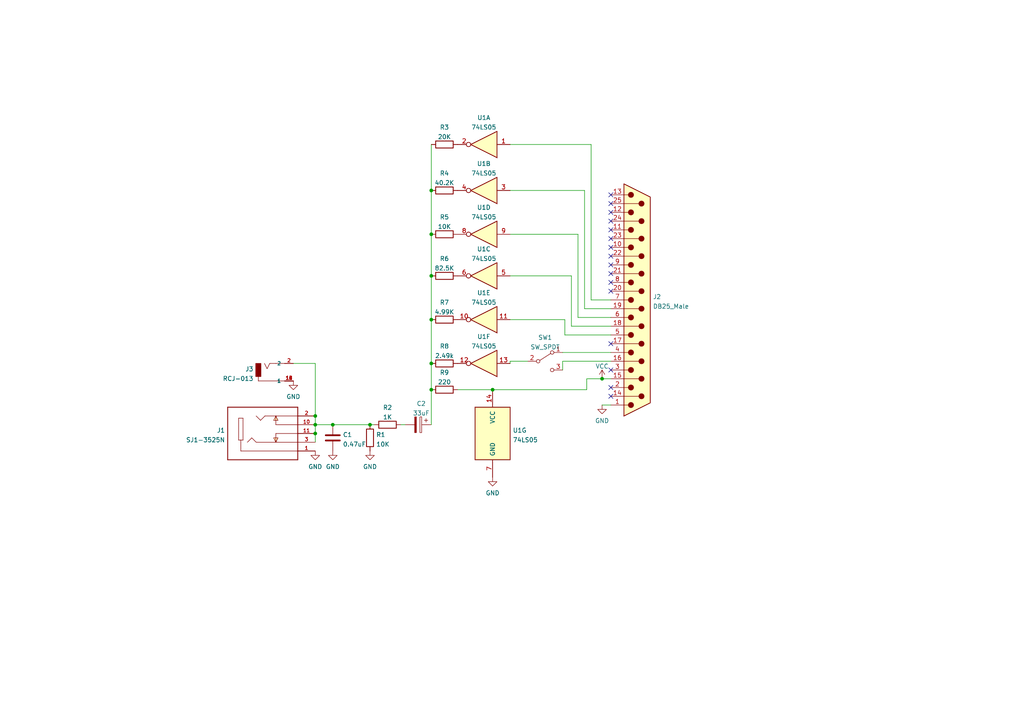
<source format=kicad_sch>
(kicad_sch (version 20230121) (generator eeschema)
  (paper "A4")
  (lib_symbols
    (symbol "74xx:74LS05" (pin_names (offset 1.016))
      (property "Reference" "U" (at 0 1.27 0))
      (property "Value" "74LS05" (at 0 -1.27 0))
      (symbol "74LS05_1_0"
        (polyline (pts (xy -3.81 3.81) (xy -3.81 -3.81) (xy 3.81 0) (xy -3.81 3.81)) (stroke (width 0.254)) (fill (type background)))
        (pin input line (at -7.62 0 0) (length 3.81) (name "~") (number "1"))
        (pin open_collector inverted (at 7.62 0 180) (length 3.81) (name "~") (number "2"))
      )
      (symbol "74LS05_2_0"
        (polyline (pts (xy -3.81 3.81) (xy -3.81 -3.81) (xy 3.81 0) (xy -3.81 3.81)) (stroke (width 0.254)) (fill (type background)))
        (pin input line (at -7.62 0 0) (length 3.81) (name "~") (number "3"))
        (pin open_collector inverted (at 7.62 0 180) (length 3.81) (name "~") (number "4"))
      )
      (symbol "74LS05_3_0"
        (polyline (pts (xy -3.81 3.81) (xy -3.81 -3.81) (xy 3.81 0) (xy -3.81 3.81)) (stroke (width 0.254)) (fill (type background)))
        (pin input line (at -7.62 0 0) (length 3.81) (name "~") (number "5"))
        (pin open_collector inverted (at 7.62 0 180) (length 3.81) (name "~") (number "6"))
      )
      (symbol "74LS05_4_0"
        (polyline (pts (xy -3.81 3.81) (xy -3.81 -3.81) (xy 3.81 0) (xy -3.81 3.81)) (stroke (width 0.254)) (fill (type background)))
        (pin open_collector inverted (at 7.62 0 180) (length 3.81) (name "~") (number "8"))
        (pin input line (at -7.62 0 0) (length 3.81) (name "~") (number "9"))
      )
      (symbol "74LS05_5_0"
        (polyline (pts (xy -3.81 3.81) (xy -3.81 -3.81) (xy 3.81 0) (xy -3.81 3.81)) (stroke (width 0.254)) (fill (type background)))
        (pin open_collector inverted (at 7.62 0 180) (length 3.81) (name "~") (number "10"))
        (pin input line (at -7.62 0 0) (length 3.81) (name "~") (number "11"))
      )
      (symbol "74LS05_6_0"
        (polyline (pts (xy -3.81 3.81) (xy -3.81 -3.81) (xy 3.81 0) (xy -3.81 3.81)) (stroke (width 0.254)) (fill (type background)))
        (pin open_collector inverted (at 7.62 0 180) (length 3.81) (name "~") (number "12"))
        (pin input line (at -7.62 0 0) (length 3.81) (name "~") (number "13"))
      )
      (symbol "74LS05_7_0"
        (pin power_in line (at 0 12.7 270) (length 5.08) (name "VCC") (number "14"))
        (pin power_in line (at 0 -12.7 90) (length 5.08) (name "GND") (number "7"))
      )
      (symbol "74LS05_7_1"
        (rectangle (start -5.08 7.62) (end 5.08 -7.62) (stroke (width 0.254)) (fill (type background)))
      )
    )
    (symbol "Connector:DB25_Male" (pin_names (offset 1.016) hide)
      (property "Reference" "J" (at 0 34.29 0))
      (property "Value" "DB25_Male" (at 0 -34.925 0))
      (symbol "DB25_Male_0_1"
        (circle (center -1.778 -30.48) (radius 0.762) (fill (type outline)))
        (circle (center -1.778 -25.4) (radius 0.762) (fill (type outline)))
        (circle (center -1.778 -20.32) (radius 0.762) (fill (type outline)))
        (circle (center -1.778 -15.24) (radius 0.762) (fill (type outline)))
        (circle (center -1.778 -10.16) (radius 0.762) (fill (type outline)))
        (circle (center -1.778 -5.08) (radius 0.762) (fill (type outline)))
        (circle (center -1.778 0) (radius 0.762) (fill (type outline)))
        (circle (center -1.778 5.08) (radius 0.762) (fill (type outline)))
        (circle (center -1.778 10.16) (radius 0.762) (fill (type outline)))
        (circle (center -1.778 15.24) (radius 0.762) (fill (type outline)))
        (circle (center -1.778 20.32) (radius 0.762) (fill (type outline)))
        (circle (center -1.778 25.4) (radius 0.762) (fill (type outline)))
        (circle (center -1.778 30.48) (radius 0.762) (fill (type outline)))
        (polyline (pts (xy -3.81 -30.48) (xy -2.54 -30.48)))
        (polyline (pts (xy -3.81 -27.94) (xy 0.508 -27.94)))
        (polyline (pts (xy -3.81 -25.4) (xy -2.54 -25.4)))
        (polyline (pts (xy -3.81 -22.86) (xy 0.508 -22.86)))
        (polyline (pts (xy -3.81 -20.32) (xy -2.54 -20.32)))
        (polyline (pts (xy -3.81 -17.78) (xy 0.508 -17.78)))
        (polyline (pts (xy -3.81 -15.24) (xy -2.54 -15.24)))
        (polyline (pts (xy -3.81 -12.7) (xy 0.508 -12.7)))
        (polyline (pts (xy -3.81 -10.16) (xy -2.54 -10.16)))
        (polyline (pts (xy -3.81 -7.62) (xy 0.508 -7.62)))
        (polyline (pts (xy -3.81 -5.08) (xy -2.54 -5.08)))
        (polyline (pts (xy -3.81 -2.54) (xy 0.508 -2.54)))
        (polyline (pts (xy -3.81 0) (xy -2.54 0)))
        (polyline (pts (xy -3.81 2.54) (xy 0.508 2.54)))
        (polyline (pts (xy -3.81 5.08) (xy -2.54 5.08)))
        (polyline (pts (xy -3.81 7.62) (xy 0.508 7.62)))
        (polyline (pts (xy -3.81 10.16) (xy -2.54 10.16)))
        (polyline (pts (xy -3.81 12.7) (xy 0.508 12.7)))
        (polyline (pts (xy -3.81 15.24) (xy -2.54 15.24)))
        (polyline (pts (xy -3.81 17.78) (xy 0.508 17.78)))
        (polyline (pts (xy -3.81 20.32) (xy -2.54 20.32)))
        (polyline (pts (xy -3.81 22.86) (xy 0.508 22.86)))
        (polyline (pts (xy -3.81 25.4) (xy -2.54 25.4)))
        (polyline (pts (xy -3.81 27.94) (xy 0.508 27.94)))
        (polyline (pts (xy -3.81 30.48) (xy -2.54 30.48)))
        (polyline (pts (xy -3.81 -33.655) (xy 3.81 -29.845) (xy 3.81 29.845) (xy -3.81 33.655) (xy -3.81 -33.655)) (stroke (width 0.254)) (fill (type background)))
        (circle (center 1.27 -27.94) (radius 0.762) (fill (type outline)))
        (circle (center 1.27 -22.86) (radius 0.762) (fill (type outline)))
        (circle (center 1.27 -17.78) (radius 0.762) (fill (type outline)))
        (circle (center 1.27 -12.7) (radius 0.762) (fill (type outline)))
        (circle (center 1.27 -7.62) (radius 0.762) (fill (type outline)))
        (circle (center 1.27 -2.54) (radius 0.762) (fill (type outline)))
        (circle (center 1.27 2.54) (radius 0.762) (fill (type outline)))
        (circle (center 1.27 7.62) (radius 0.762) (fill (type outline)))
        (circle (center 1.27 12.7) (radius 0.762) (fill (type outline)))
        (circle (center 1.27 17.78) (radius 0.762) (fill (type outline)))
        (circle (center 1.27 22.86) (radius 0.762) (fill (type outline)))
        (circle (center 1.27 27.94) (radius 0.762) (fill (type outline)))
      )
      (symbol "DB25_Male_1_1"
        (pin passive line (at -7.62 -30.48 0) (length 3.81) (name "1") (number "1"))
        (pin passive line (at -7.62 15.24 0) (length 3.81) (name "10") (number "10"))
        (pin passive line (at -7.62 20.32 0) (length 3.81) (name "11") (number "11"))
        (pin passive line (at -7.62 25.4 0) (length 3.81) (name "12") (number "12"))
        (pin passive line (at -7.62 30.48 0) (length 3.81) (name "13") (number "13"))
        (pin passive line (at -7.62 -27.94 0) (length 3.81) (name "P14") (number "14"))
        (pin passive line (at -7.62 -22.86 0) (length 3.81) (name "P15") (number "15"))
        (pin passive line (at -7.62 -17.78 0) (length 3.81) (name "P16") (number "16"))
        (pin passive line (at -7.62 -12.7 0) (length 3.81) (name "P17") (number "17"))
        (pin passive line (at -7.62 -7.62 0) (length 3.81) (name "P18") (number "18"))
        (pin passive line (at -7.62 -2.54 0) (length 3.81) (name "P19") (number "19"))
        (pin passive line (at -7.62 -25.4 0) (length 3.81) (name "2") (number "2"))
        (pin passive line (at -7.62 2.54 0) (length 3.81) (name "P20") (number "20"))
        (pin passive line (at -7.62 7.62 0) (length 3.81) (name "P21") (number "21"))
        (pin passive line (at -7.62 12.7 0) (length 3.81) (name "P22") (number "22"))
        (pin passive line (at -7.62 17.78 0) (length 3.81) (name "P23") (number "23"))
        (pin passive line (at -7.62 22.86 0) (length 3.81) (name "P24") (number "24"))
        (pin passive line (at -7.62 27.94 0) (length 3.81) (name "P25") (number "25"))
        (pin passive line (at -7.62 -20.32 0) (length 3.81) (name "3") (number "3"))
        (pin passive line (at -7.62 -15.24 0) (length 3.81) (name "4") (number "4"))
        (pin passive line (at -7.62 -10.16 0) (length 3.81) (name "5") (number "5"))
        (pin passive line (at -7.62 -5.08 0) (length 3.81) (name "6") (number "6"))
        (pin passive line (at -7.62 0 0) (length 3.81) (name "7") (number "7"))
        (pin passive line (at -7.62 5.08 0) (length 3.81) (name "8") (number "8"))
        (pin passive line (at -7.62 10.16 0) (length 3.81) (name "9") (number "9"))
      )
    )
    (symbol "Device:C" (pin_numbers hide) (pin_names (offset 0.254))
      (property "Reference" "C" (at 0.635 2.54 0))
      (property "Value" "C" (at 0.635 -2.54 0))
      (symbol "C_0_1"
        (polyline (pts (xy -2.032 -0.762) (xy 2.032 -0.762)) (stroke (width 0.508)))
        (polyline (pts (xy -2.032 0.762) (xy 2.032 0.762)) (stroke (width 0.508)))
      )
      (symbol "C_1_1"
        (pin passive line (at 0 3.81 270) (length 2.794) (name "~") (number "1"))
        (pin passive line (at 0 -3.81 90) (length 2.794) (name "~") (number "2"))
      )
    )
    (symbol "Device:C_Polarized" (pin_numbers hide) (pin_names (offset 0.254))
      (property "Reference" "C" (at 0.635 2.54 0))
      (property "Value" "C_Polarized" (at 0.635 -2.54 0))
      (symbol "C_Polarized_0_1"
        (rectangle (start -2.286 0.508) (end 2.286 1.016))
        (polyline (pts (xy -1.778 2.286) (xy -0.762 2.286)))
        (polyline (pts (xy -1.27 2.794) (xy -1.27 1.778)))
        (rectangle (start 2.286 -0.508) (end -2.286 -1.016) (fill (type outline)))
      )
      (symbol "C_Polarized_1_1"
        (pin passive line (at 0 3.81 270) (length 2.794) (name "~") (number "1"))
        (pin passive line (at 0 -3.81 90) (length 2.794) (name "~") (number "2"))
      )
    )
    (symbol "Device:R" (pin_numbers hide) (pin_names (offset 0))
      (property "Reference" "R" (at 2.032 0 90))
      (property "Value" "R" (at 0 0 90))
      (symbol "R_0_1"
        (rectangle (start -1.016 -2.54) (end 1.016 2.54) (stroke (width 0.254)))
      )
      (symbol "R_1_1"
        (pin passive line (at 0 3.81 270) (length 1.27) (name "~") (number "1"))
        (pin passive line (at 0 -3.81 90) (length 1.27) (name "~") (number "2"))
      )
    )
    (symbol "Evan's misc parts:RCJ-013" (pin_names (offset 1.016))
      (property "Reference" "J" (at -2.54 3.81 0))
      (property "Value" "RCJ-013" (at -2.54 -6.35 0))
      (symbol "RCJ-013_0_0"
        (rectangle (start -3.302 -2.54) (end -1.778 1.27) (fill (type outline)))
        (polyline (pts (xy -2.54 2.54) (xy -2.54 1.27)) (stroke (width 0.1524)))
        (polyline (pts (xy 0 -1.016) (xy -0.762 -2.54)) (stroke (width 0.1524)))
        (polyline (pts (xy 0.762 -2.54) (xy 0 -1.016)) (stroke (width 0.1524)))
        (polyline (pts (xy 2.54 -2.54) (xy 0.762 -2.54)) (stroke (width 0.1524)))
        (polyline (pts (xy 5.08 -2.54) (xy 2.54 -2.54)) (stroke (width 0.1524)))
        (polyline (pts (xy 5.08 2.54) (xy -2.54 2.54)) (stroke (width 0.1524)))
        (pin passive line (at 7.62 2.54 180) (length 2.54) (name "1") (number "1A"))
        (pin passive line (at 7.62 2.54 180) (length 2.54) (name "1") (number "1B"))
        (pin passive line (at 7.62 2.54 180) (length 2.54) (name "1") (number "1C"))
        (pin passive line (at 7.62 -2.54 180) (length 2.54) (name "2") (number "2"))
      )
    )
    (symbol "Evan's misc parts:SJ1-3525N" (pin_names (offset 1.016) hide)
      (property "Reference" "J" (at -10.16 10.16 0))
      (property "Value" "SJ1-3525N" (at -10.16 -12.7254 0))
      (symbol "SJ1-3525N_0_0"
        (polyline (pts (xy -10.16 -7.62) (xy 10.16 -7.62)) (stroke (width 0.254)))
        (polyline (pts (xy -10.16 7.62) (xy -10.16 -7.62)) (stroke (width 0.254)))
        (polyline (pts (xy -6.985 -4.445) (xy -6.985 1.905)) (stroke (width 0.1524)))
        (polyline (pts (xy -6.985 1.905) (xy -6.35 1.905)) (stroke (width 0.1524)))
        (polyline (pts (xy -6.35 1.905) (xy -5.715 1.905)) (stroke (width 0.1524)))
        (polyline (pts (xy -6.35 5.08) (xy -6.35 1.905)) (stroke (width 0.1524)))
        (polyline (pts (xy -5.715 -4.445) (xy -6.985 -4.445)) (stroke (width 0.1524)))
        (polyline (pts (xy -5.715 1.905) (xy -5.715 -4.445)) (stroke (width 0.1524)))
        (polyline (pts (xy -3.175 1.27) (xy -4.445 2.54)) (stroke (width 0.1524)))
        (polyline (pts (xy -1.905 2.54) (xy -3.175 1.27)) (stroke (width 0.1524)))
        (polyline (pts (xy -0.635 -3.81) (xy -1.905 -5.08)) (stroke (width 0.1524)))
        (polyline (pts (xy 0.635 -5.08) (xy -0.635 -3.81)) (stroke (width 0.1524)))
        (polyline (pts (xy 3.81 -5.08) (xy 0.635 -5.08)) (stroke (width 0.1524)))
        (polyline (pts (xy 3.81 -2.54) (xy 3.81 -5.08)) (stroke (width 0.1524)))
        (polyline (pts (xy 3.81 2.54) (xy -1.905 2.54)) (stroke (width 0.1524)))
        (polyline (pts (xy 3.81 2.54) (xy 3.81 0)) (stroke (width 0.1524)))
        (polyline (pts (xy 10.16 -7.62) (xy 10.16 -5.08)) (stroke (width 0.254)))
        (polyline (pts (xy 10.16 -5.08) (xy 3.81 -5.08)) (stroke (width 0.1524)))
        (polyline (pts (xy 10.16 -5.08) (xy 10.16 -2.54)) (stroke (width 0.254)))
        (polyline (pts (xy 10.16 -2.54) (xy 3.81 -2.54)) (stroke (width 0.1524)))
        (polyline (pts (xy 10.16 -2.54) (xy 10.16 0)) (stroke (width 0.254)))
        (polyline (pts (xy 10.16 0) (xy 3.81 0)) (stroke (width 0.1524)))
        (polyline (pts (xy 10.16 0) (xy 10.16 2.54)) (stroke (width 0.254)))
        (polyline (pts (xy 10.16 2.54) (xy 3.81 2.54)) (stroke (width 0.1524)))
        (polyline (pts (xy 10.16 2.54) (xy 10.16 5.08)) (stroke (width 0.254)))
        (polyline (pts (xy 10.16 5.08) (xy -6.35 5.08)) (stroke (width 0.1524)))
        (polyline (pts (xy 10.16 5.08) (xy 10.16 7.62)) (stroke (width 0.254)))
        (polyline (pts (xy 10.16 7.62) (xy -10.16 7.62)) (stroke (width 0.254)))
        (polyline (pts (xy 3.81 -5.08) (xy 3.175 -3.81) (xy 4.445 -3.81) (xy 3.81 -5.08)) (stroke (width 0.1524)) (fill (type background)))
        (polyline (pts (xy 3.81 2.54) (xy 4.445 1.27) (xy 3.175 1.27) (xy 3.81 2.54)) (stroke (width 0.1524)) (fill (type background)))
        (pin passive line (at 15.24 5.08 180) (length 5.08) (name "~") (number "1"))
        (pin passive line (at 15.24 -2.54 180) (length 5.08) (name "~") (number "10"))
        (pin passive line (at 15.24 0 180) (length 5.08) (name "~") (number "11"))
        (pin passive line (at 15.24 -5.08 180) (length 5.08) (name "~") (number "2"))
        (pin passive line (at 15.24 2.54 180) (length 5.08) (name "~") (number "3"))
      )
    )
    (symbol "Switch:SW_SPDT" (pin_names (offset 0) hide)
      (property "Reference" "SW" (at 0 4.318 0))
      (property "Value" "SW_SPDT" (at 0 -5.08 0))
      (symbol "SW_SPDT_0_0"
        (circle (center -2.032 0) (radius 0.508))
        (circle (center 2.032 -2.54) (radius 0.508))
      )
      (symbol "SW_SPDT_0_1"
        (polyline (pts (xy -1.524 0.254) (xy 1.651 2.286)))
        (circle (center 2.032 2.54) (radius 0.508))
      )
      (symbol "SW_SPDT_1_1"
        (pin passive line (at 5.08 2.54 180) (length 2.54) (name "A") (number "1"))
        (pin passive line (at -5.08 0 0) (length 2.54) (name "B") (number "2"))
        (pin passive line (at 5.08 -2.54 180) (length 2.54) (name "C") (number "3"))
      )
    )
    (symbol "power:GND" (power) (pin_names (offset 0))
      (property "Value" "GND" (at 0 -3.81 0))
      (symbol "GND_0_1"
        (polyline (pts (xy 0 0) (xy 0 -1.27) (xy 1.27 -1.27) (xy 0 -2.54) (xy -1.27 -1.27) (xy 0 -1.27)))
      )
      (symbol "GND_1_1"
        (pin power_in line (at 0 0 270) (length 0) hide (name "GND") (number "1"))
      )
    )
    (symbol "power:VCC" (power) (pin_names (offset 0))
      (property "Value" "VCC" (at 0 3.81 0))
      (symbol "VCC_0_1"
        (polyline (pts (xy -0.762 1.27) (xy 0 2.54)))
        (polyline (pts (xy 0 0) (xy 0 2.54)))
        (polyline (pts (xy 0 2.54) (xy 0.762 1.27)))
      )
      (symbol "VCC_1_1"
        (pin power_in line (at 0 0 90) (length 0) hide (name "VCC") (number "1"))
      )
    )
  )
  (junction (at 125.095 55.245))
  (junction (at 91.44 120.65))
  (junction (at 142.875 113.03))
  (junction (at 91.44 125.73))
  (junction (at 174.625 109.855))
  (junction (at 125.095 67.945))
  (junction (at 125.095 92.71))
  (junction (at 125.095 105.41))
  (junction (at 125.095 80.01))
  (junction (at 91.44 123.19))
  (junction (at 107.315 123.19))
  (junction (at 125.095 113.03))
  (junction (at 96.52 123.19))
  (no_connect (at 177.165 107.315))
  (no_connect (at 177.165 114.935))
  (no_connect (at 177.165 112.395))
  (no_connect (at 177.165 81.915))
  (no_connect (at 177.165 66.675))
  (no_connect (at 177.165 76.835))
  (no_connect (at 177.165 71.755))
  (no_connect (at 177.165 61.595))
  (no_connect (at 177.165 56.515))
  (no_connect (at 177.165 99.695))
  (no_connect (at 177.165 79.375))
  (no_connect (at 177.165 84.455))
  (no_connect (at 177.165 69.215))
  (no_connect (at 177.165 74.295))
  (no_connect (at 177.165 64.135))
  (no_connect (at 177.165 59.055))
  (wire (pts (xy 171.45 41.91) (xy 171.45 86.995)))
  (wire (pts (xy 91.44 125.73) (xy 91.44 128.27)))
  (wire (pts (xy 91.44 105.41) (xy 85.09 105.41)))
  (wire (pts (xy 91.44 120.65) (xy 91.44 123.19)))
  (wire (pts (xy 167.64 92.075) (xy 177.165 92.075)))
  (wire (pts (xy 171.45 41.91) (xy 147.955 41.91)))
  (wire (pts (xy 165.735 80.01) (xy 147.955 80.01)))
  (wire (pts (xy 96.52 123.19) (xy 107.315 123.19)))
  (wire (pts (xy 163.83 97.155) (xy 177.165 97.155)))
  (wire (pts (xy 163.195 107.315) (xy 163.195 104.775)))
  (wire (pts (xy 169.545 55.245) (xy 147.955 55.245)))
  (wire (pts (xy 170.18 113.03) (xy 170.18 109.855)))
  (wire (pts (xy 163.195 104.775) (xy 177.165 104.775)))
  (wire (pts (xy 147.955 104.775) (xy 153.035 104.775)))
  (wire (pts (xy 125.095 105.41) (xy 125.095 113.03)))
  (wire (pts (xy 169.545 55.245) (xy 169.545 89.535)))
  (wire (pts (xy 116.205 123.19) (xy 117.475 123.19)))
  (wire (pts (xy 174.625 117.475) (xy 177.165 117.475)))
  (wire (pts (xy 167.64 67.945) (xy 167.64 92.075)))
  (wire (pts (xy 165.735 94.615) (xy 165.735 80.01)))
  (wire (pts (xy 165.735 94.615) (xy 177.165 94.615)))
  (wire (pts (xy 174.625 109.855) (xy 177.165 109.855)))
  (wire (pts (xy 91.44 123.19) (xy 91.44 125.73)))
  (wire (pts (xy 171.45 86.995) (xy 177.165 86.995)))
  (wire (pts (xy 125.095 67.945) (xy 125.095 80.01)))
  (wire (pts (xy 170.18 109.855) (xy 174.625 109.855)))
  (wire (pts (xy 125.095 123.19) (xy 125.095 113.03)))
  (wire (pts (xy 132.715 113.03) (xy 142.875 113.03)))
  (wire (pts (xy 125.095 55.245) (xy 125.095 67.945)))
  (wire (pts (xy 167.64 67.945) (xy 147.955 67.945)))
  (wire (pts (xy 91.44 105.41) (xy 91.44 120.65)))
  (wire (pts (xy 169.545 89.535) (xy 177.165 89.535)))
  (wire (pts (xy 163.83 92.71) (xy 163.83 97.155)))
  (wire (pts (xy 125.095 92.71) (xy 125.095 105.41)))
  (wire (pts (xy 147.955 104.775) (xy 147.955 105.41)))
  (wire (pts (xy 147.955 92.71) (xy 163.83 92.71)))
  (wire (pts (xy 91.44 123.19) (xy 96.52 123.19)))
  (wire (pts (xy 125.095 41.91) (xy 125.095 55.245)))
  (wire (pts (xy 163.195 102.235) (xy 177.165 102.235)))
  (wire (pts (xy 107.315 123.19) (xy 108.585 123.19)))
  (wire (pts (xy 142.875 113.03) (xy 170.18 113.03)))
  (wire (pts (xy 125.095 80.01) (xy 125.095 92.71)))
  (symbol (lib_id "Device:R") (at 128.905 80.01 90) (unit 1)
    (property "Reference" "R6" (at 128.905 75.0275 90))
    (property "Value" "82.5K" (at 128.905 77.8026 90))
    (property "Footprint" "Resistor_THT:R_Axial_DIN0207_L6.3mm_D2.5mm_P10.16mm_Horizontal" (effects hide))
  )
  (symbol (lib_id "Evan's misc parts:SJ1-3525N") (at 76.2 125.73 0) (mirror x) (unit 1)
    (property "Reference" "J1" (at 65.278 124.8215 0) (effects (justify right)))
    (property "Value" "SJ1-3525N" (at 65.278 127.5966 0) (effects (justify right)))
    (property "Footprint" "Evan's misc parts:CUI_SJ1-3525N" (effects hide))
    (property "MANUFACTURER" "CUI" (effects hide))
    (property "STANDARD" "Manufacturer recommendation" (effects hide))
    (property "PARTREV" "1.02" (effects hide))
  )
  (symbol (lib_id "Connector:DB25_Male") (at 184.785 86.995 0) (unit 1)
    (property "Reference" "J2" (at 189.357 86.0865 0) (effects (justify left)))
    (property "Value" "DB25_Male" (at 189.357 88.8616 0) (effects (justify left)))
    (property "Footprint" "Connector_Dsub:DSUB-25_Male_EdgeMount_P2.77mm" (effects hide))
    (property "Datasheet" " ~" (effects hide))
  )
  (symbol (lib_id "power:GND") (at 174.625 117.475 0) (unit 1)
    (property "Reference" "#PWR06" (effects hide))
    (property "Value" "GND" (at 174.625 122.0375 0))
  )
  (symbol (lib_id "74xx:74LS05") (at 140.335 55.245 180) (unit 2)
    (property "Reference" "U1" (at 140.335 47.4685 0))
    (property "Value" "74LS05" (at 140.335 50.2436 0))
    (property "Footprint" "Package_DIP:DIP-14_W7.62mm" (effects hide))
    (property "Datasheet" "http://www.ti.com/lit/gpn/sn74LS05" (effects hide))
  )
  (symbol (lib_id "Device:R") (at 112.395 123.19 90) (unit 1)
    (property "Reference" "R2" (at 112.395 118.2075 90))
    (property "Value" "1K" (at 112.395 120.9826 90))
    (property "Footprint" "Resistor_THT:R_Axial_DIN0207_L6.3mm_D2.5mm_P10.16mm_Horizontal" (effects hide))
  )
  (symbol (lib_id "74xx:74LS05") (at 140.335 80.01 180) (unit 3)
    (property "Reference" "U1" (at 140.335 72.2335 0))
    (property "Value" "74LS05" (at 140.335 75.0086 0))
    (property "Footprint" "Package_DIP:DIP-14_W7.62mm" (effects hide))
    (property "Datasheet" "http://www.ti.com/lit/gpn/sn74LS05" (effects hide))
  )
  (symbol (lib_id "Switch:SW_SPDT") (at 158.115 104.775 0) (unit 1)
    (property "Reference" "SW1" (at 158.115 97.8875 0))
    (property "Value" "SW_SPDT" (at 158.115 100.6626 0))
    (property "Footprint" "Connector_PinHeader_2.54mm:PinHeader_1x03_P2.54mm_Vertical" (effects hide))
  )
  (symbol (lib_id "power:GND") (at 96.52 130.81 0) (unit 1)
    (property "Reference" "#PWR02" (effects hide))
    (property "Value" "GND" (at 96.52 135.3725 0))
  )
  (symbol (lib_id "Evan's misc parts:RCJ-013") (at 77.47 107.95 0) (mirror x) (unit 1)
    (property "Reference" "J3" (at 73.533 107.0415 0) (effects (justify right)))
    (property "Value" "RCJ-013" (at 73.533 109.8166 0) (effects (justify right)))
    (property "Footprint" "CUI_RCJ-013" (effects hide))
    (property "STANDARD" "Manufacturer recommendations" (effects hide))
    (property "PART_REV" "B" (effects hide))
    (property "MANUFACTURER" "CUI Inc" (effects hide))
  )
  (symbol (lib_id "74xx:74LS05") (at 140.335 105.41 180) (unit 6)
    (property "Reference" "U1" (at 140.335 97.6335 0))
    (property "Value" "74LS05" (at 140.335 100.4086 0))
    (property "Footprint" "Package_DIP:DIP-14_W7.62mm" (effects hide))
    (property "Datasheet" "http://www.ti.com/lit/gpn/sn74LS05" (effects hide))
  )
  (symbol (lib_id "power:GND") (at 142.875 138.43 0) (unit 1)
    (property "Reference" "#PWR04" (effects hide))
    (property "Value" "GND" (at 142.875 142.9925 0))
  )
  (symbol (lib_id "Device:C_Polarized") (at 121.285 123.19 270) (unit 1)
    (property "Reference" "C2" (at 122.174 117.0645 90))
    (property "Value" "33uF" (at 122.174 119.8396 90))
    (property "Footprint" "Capacitor_THT:CP_Axial_L11.0mm_D8.0mm_P15.00mm_Horizontal" (effects hide))
  )
  (symbol (lib_id "Device:R") (at 128.905 41.91 90) (unit 1)
    (property "Reference" "R3" (at 128.905 36.9275 90))
    (property "Value" "20K" (at 128.905 39.7026 90))
    (property "Footprint" "Resistor_THT:R_Axial_DIN0207_L6.3mm_D2.5mm_P10.16mm_Horizontal" (effects hide))
  )
  (symbol (lib_id "Device:R") (at 128.905 67.945 90) (unit 1)
    (property "Reference" "R5" (at 128.905 62.9625 90))
    (property "Value" "10K" (at 128.905 65.7376 90))
    (property "Footprint" "Resistor_THT:R_Axial_DIN0207_L6.3mm_D2.5mm_P10.16mm_Horizontal" (effects hide))
  )
  (symbol (lib_id "Device:R") (at 128.905 105.41 90) (unit 1)
    (property "Reference" "R8" (at 128.905 100.4275 90))
    (property "Value" "2.49k" (at 128.905 103.2026 90))
    (property "Footprint" "Resistor_THT:R_Axial_DIN0207_L6.3mm_D2.5mm_P10.16mm_Horizontal" (effects hide))
  )
  (symbol (lib_id "Device:R") (at 128.905 55.245 90) (unit 1)
    (property "Reference" "R4" (at 128.905 50.2625 90))
    (property "Value" "40.2K" (at 128.905 53.0376 90))
    (property "Footprint" "Resistor_THT:R_Axial_DIN0207_L6.3mm_D2.5mm_P10.16mm_Horizontal" (effects hide))
  )
  (symbol (lib_id "Device:C") (at 96.52 127 0) (unit 1)
    (property "Reference" "C1" (at 99.441 126.0915 0) (effects (justify left)))
    (property "Value" "0.47uF" (at 99.441 128.8666 0) (effects (justify left)))
    (property "Footprint" "Capacitor_THT:C_Disc_D4.7mm_W2.5mm_P5.00mm" (effects hide))
  )
  (symbol (lib_id "74xx:74LS05") (at 140.335 67.945 180) (unit 4)
    (property "Reference" "U1" (at 140.335 60.1685 0))
    (property "Value" "74LS05" (at 140.335 62.9436 0))
    (property "Footprint" "Package_DIP:DIP-14_W7.62mm" (effects hide))
    (property "Datasheet" "http://www.ti.com/lit/gpn/sn74LS05" (effects hide))
  )
  (symbol (lib_id "74xx:74LS05") (at 140.335 92.71 180) (unit 5)
    (property "Reference" "U1" (at 140.335 84.9335 0))
    (property "Value" "74LS05" (at 140.335 87.7086 0))
    (property "Footprint" "Package_DIP:DIP-14_W7.62mm" (effects hide))
    (property "Datasheet" "http://www.ti.com/lit/gpn/sn74LS05" (effects hide))
  )
  (symbol (lib_id "74xx:74LS05") (at 142.875 125.73 0) (unit 7)
    (property "Reference" "U1" (at 148.717 124.8215 0) (effects (justify left)))
    (property "Value" "74LS05" (at 148.717 127.5966 0) (effects (justify left)))
    (property "Footprint" "Package_DIP:DIP-14_W7.62mm" (effects hide))
    (property "Datasheet" "http://www.ti.com/lit/gpn/sn74LS05" (effects hide))
  )
  (symbol (lib_id "Device:R") (at 107.315 127 0) (unit 1)
    (property "Reference" "R1" (at 109.093 126.0915 0) (effects (justify left)))
    (property "Value" "10K" (at 109.093 128.8666 0) (effects (justify left)))
    (property "Footprint" "Resistor_THT:R_Axial_DIN0207_L6.3mm_D2.5mm_P10.16mm_Horizontal" (effects hide))
  )
  (symbol (lib_id "power:GND") (at 85.09 110.49 0) (unit 1)
    (property "Reference" "#PWR0101" (effects hide))
    (property "Value" "GND" (at 85.09 115.0525 0))
  )
  (symbol (lib_id "Device:R") (at 128.905 113.03 90) (unit 1)
    (property "Reference" "R9" (at 128.905 108.0475 90))
    (property "Value" "220" (at 128.905 110.8226 90))
    (property "Footprint" "Resistor_THT:R_Axial_DIN0207_L6.3mm_D2.5mm_P10.16mm_Horizontal" (effects hide))
  )
  (symbol (lib_id "power:VCC") (at 174.625 109.855 0) (unit 1)
    (property "Reference" "#PWR05" (effects hide))
    (property "Value" "VCC" (at 174.625 106.2505 0))
  )
  (symbol (lib_id "power:GND") (at 107.315 130.81 0) (unit 1)
    (property "Reference" "#PWR03" (effects hide))
    (property "Value" "GND" (at 107.315 135.3725 0))
  )
  (symbol (lib_id "Device:R") (at 128.905 92.71 90) (unit 1)
    (property "Reference" "R7" (at 128.905 87.7275 90))
    (property "Value" "4.99K" (at 128.905 90.5026 90))
    (property "Footprint" "Resistor_THT:R_Axial_DIN0207_L6.3mm_D2.5mm_P10.16mm_Horizontal" (effects hide))
  )
  (symbol (lib_id "74xx:74LS05") (at 140.335 41.91 180) (unit 1)
    (property "Reference" "U1" (at 140.335 34.1335 0))
    (property "Value" "74LS05" (at 140.335 36.9086 0))
    (property "Footprint" "Package_DIP:DIP-14_W7.62mm" (effects hide))
    (property "Datasheet" "http://www.ti.com/lit/gpn/sn74LS05" (effects hide))
  )
  (symbol (lib_id "power:GND") (at 91.44 130.81 0) (unit 1)
    (property "Reference" "#PWR01" (effects hide))
    (property "Value" "GND" (at 91.44 135.3725 0))
  )
)
</source>
